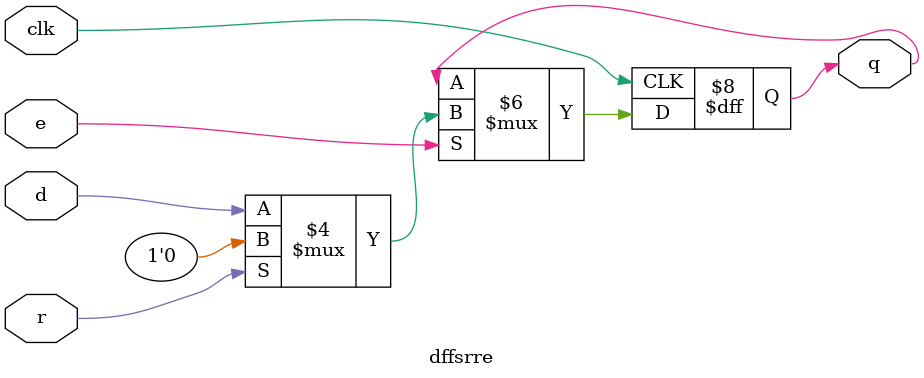
<source format=sv>
module dffsrre #(parameter N=1, parameter R=1'b0) (
	input logic [N-1:0] d,
	output logic [N-1:0] q,
	input logic clk, r, e
);

	always_ff @(posedge clk)
		if (e)
			if (r)
				q <= R;
			else
				q <= d;
		else
			q <= q;

endmodule

</source>
